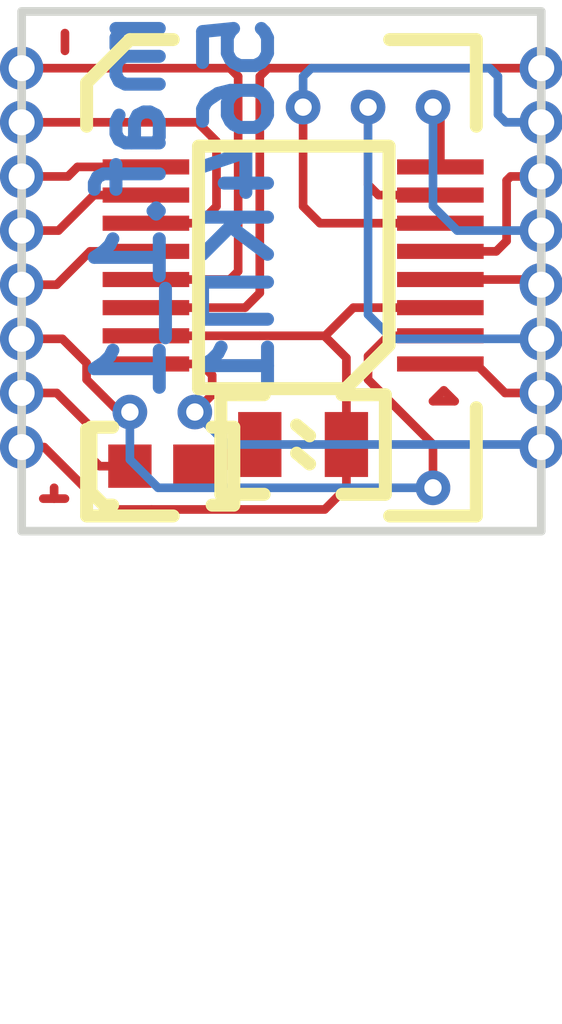
<source format=kicad_pcb>
(kicad_pcb (version 20171130) (host pcbnew "(5.0.0)")

  (general
    (thickness 1.6)
    (drawings 6)
    (tracks 113)
    (zones 0)
    (modules 4)
    (nets 18)
  )

  (page A4)
  (layers
    (0 F.Cu signal)
    (31 B.Cu signal)
    (32 B.Adhes user)
    (33 F.Adhes user)
    (34 B.Paste user)
    (35 F.Paste user)
    (36 B.SilkS user)
    (37 F.SilkS user)
    (38 B.Mask user)
    (39 F.Mask user)
    (40 Dwgs.User user)
    (41 Cmts.User user)
    (42 Eco1.User user)
    (43 Eco2.User user)
    (44 Edge.Cuts user)
    (45 Margin user)
    (46 B.CrtYd user)
    (47 F.CrtYd user)
    (48 B.Fab user)
    (49 F.Fab user)
  )

  (setup
    (last_trace_width 0.2)
    (trace_clearance 0.2)
    (zone_clearance 0.508)
    (zone_45_only no)
    (trace_min 0.2)
    (segment_width 0.2)
    (edge_width 0.15)
    (via_size 0.8)
    (via_drill 0.4)
    (via_min_size 0.4)
    (via_min_drill 0.3)
    (uvia_size 0.3)
    (uvia_drill 0.1)
    (uvias_allowed no)
    (uvia_min_size 0.2)
    (uvia_min_drill 0.1)
    (pcb_text_width 0.3)
    (pcb_text_size 1.5 1.5)
    (mod_edge_width 0.15)
    (mod_text_size 1 1)
    (mod_text_width 0.15)
    (pad_size 1 1)
    (pad_drill 0.6)
    (pad_to_mask_clearance 0.05)
    (solder_mask_min_width 0.2)
    (aux_axis_origin 0 0)
    (visible_elements 7FFFFFFF)
    (pcbplotparams
      (layerselection 0x010c0_ffffffff)
      (usegerberextensions false)
      (usegerberattributes false)
      (usegerberadvancedattributes false)
      (creategerberjobfile false)
      (excludeedgelayer true)
      (linewidth 0.100000)
      (plotframeref false)
      (viasonmask false)
      (mode 1)
      (useauxorigin false)
      (hpglpennumber 1)
      (hpglpenspeed 20)
      (hpglpendiameter 15.000000)
      (psnegative false)
      (psa4output false)
      (plotreference true)
      (plotvalue true)
      (plotinvisibletext false)
      (padsonsilk false)
      (subtractmaskfromsilk false)
      (outputformat 1)
      (mirror false)
      (drillshape 0)
      (scaleselection 1)
      (outputdirectory "maf1_1/"))
  )

  (net 0 "")
  (net 1 Y0)
  (net 2 Vcc)
  (net 3 Y2)
  (net 4 X2)
  (net 5 Y)
  (net 6 X1)
  (net 7 Y3)
  (net 8 X)
  (net 9 Y1)
  (net 10 X0)
  (net 11 C)
  (net 12 X3)
  (net 13 "Net-(DD1-Pad7)")
  (net 14 A)
  (net 15 GND)
  (net 16 B)
  (net 17 "Net-(HL1-Pad1)")

  (net_class Default "Это класс цепей по умолчанию."
    (clearance 0.2)
    (trace_width 0.2)
    (via_dia 0.8)
    (via_drill 0.4)
    (uvia_dia 0.3)
    (uvia_drill 0.1)
    (add_net A)
    (add_net B)
    (add_net C)
    (add_net GND)
    (add_net "Net-(DD1-Pad7)")
    (add_net "Net-(HL1-Pad1)")
    (add_net Vcc)
    (add_net X)
    (add_net X0)
    (add_net X1)
    (add_net X2)
    (add_net X3)
    (add_net Y)
    (add_net Y0)
    (add_net Y1)
    (add_net Y2)
    (add_net Y3)
  )

  (module MOTOR_IMPORT_OTK:Светодиод_SMD_0603 (layer F.Cu) (tedit 5C8A4528) (tstamp 5C90DB1D)
    (at 141 98.5 180)
    (path /5C8AE565)
    (fp_text reference HL1 (at 1.25 -1.75 180) (layer F.SilkS) hide
      (effects (font (size 1 1) (thickness 0.2)))
    )
    (fp_text value Светодиод (at 0.1524 2.5146 180) (layer F.Fab)
      (effects (font (size 1 1) (thickness 0.15)))
    )
    (fp_line (start 2.1 -0.9) (end 2.4 -0.6) (layer F.SilkS) (width 0.3))
    (fp_line (start 1.9 -0.9) (end 2.1 -0.9) (layer F.SilkS) (width 0.3))
    (fp_line (start 2.4 0.9) (end 2.4 -0.6) (layer F.SilkS) (width 0.3))
    (fp_line (start 2.4 0.9) (end 1.9 0.9) (layer F.SilkS) (width 0.3))
    (fp_line (start -0.9 0.9) (end -0.4 0.9) (layer F.SilkS) (width 0.3))
    (fp_line (start -0.9 -0.9) (end -0.4 -0.9) (layer F.SilkS) (width 0.3))
    (fp_line (start -0.9 -0.9) (end -0.9 0.9) (layer F.SilkS) (width 0.3))
    (pad 2 smd rect (at 1.5 0 180) (size 1 1) (layers F.Cu F.Paste F.Mask)
      (net 13 "Net-(DD1-Pad7)") (clearance 0.2))
    (pad 1 smd rect (at 0 0 180) (size 1 1) (layers F.Cu F.Paste F.Mask)
      (net 17 "Net-(HL1-Pad1)") (clearance 0.2))
    (model ${MOTOR_3D}/LED_0603.step
      (offset (xyz 0.75 0 0))
      (scale (xyz 1 1 1))
      (rotate (xyz 0 0 0))
    )
  )

  (module Motor_IMPORT_OTK:DG409LEDQ (layer F.Cu) (tedit 5C8A3D7B) (tstamp 5C8A9539)
    (at 145.5 89.5 180)
    (path /5C8A9BDB)
    (fp_text reference DD2 (at 3.04 -8.55 180) (layer F.SilkS) hide
      (effects (font (size 1 1) (thickness 0.15)))
    )
    (fp_text value DG409LEDQ (at 2.47 -0.01 180) (layer F.Fab)
      (effects (font (size 1 1) (thickness 0.15)))
    )
    (fp_line (start 0.015 -6.21) (end 0.015 -1.61) (layer F.SilkS) (width 0.3))
    (fp_line (start 1.015 -7.21) (end 0.015 -6.21) (layer F.SilkS) (width 0.3))
    (fp_line (start 4.415 -7.21) (end 1.015 -7.21) (layer F.SilkS) (width 0.3))
    (fp_line (start 4.415 -1.61) (end 4.415 -7.21) (layer F.SilkS) (width 0.3))
    (fp_line (start 0.015 -1.61) (end 4.415 -1.61) (layer F.SilkS) (width 0.3))
    (pad 9 smd rect (at 5.63 -2.09 180) (size 2 0.35) (layers F.Cu F.Paste F.Mask)
      (net 5 Y))
    (pad 8 smd rect (at -1.17 -2.09 180) (size 2 0.35) (layers F.Cu F.Paste F.Mask)
      (net 8 X))
    (pad 10 smd rect (at 5.63 -2.74 180) (size 2 0.35) (layers F.Cu F.Paste F.Mask)
      (net 7 Y3))
    (pad 7 smd rect (at -1.17 -2.74 180) (size 2 0.35) (layers F.Cu F.Paste F.Mask)
      (net 12 X3))
    (pad 11 smd rect (at 5.63 -3.39 180) (size 2 0.35) (layers F.Cu F.Paste F.Mask)
      (net 3 Y2))
    (pad 6 smd rect (at -1.17 -3.39 180) (size 2 0.35) (layers F.Cu F.Paste F.Mask)
      (net 4 X2))
    (pad 12 smd rect (at 5.63 -4.04 180) (size 2 0.35) (layers F.Cu F.Paste F.Mask)
      (net 9 Y1))
    (pad 5 smd rect (at -1.17 -4.04 180) (size 2 0.35) (layers F.Cu F.Paste F.Mask)
      (net 6 X1))
    (pad 13 smd rect (at 5.63 -4.69 180) (size 2 0.35) (layers F.Cu F.Paste F.Mask)
      (net 1 Y0))
    (pad 4 smd rect (at -1.17 -4.69 180) (size 2 0.35) (layers F.Cu F.Paste F.Mask)
      (net 10 X0))
    (pad 14 smd rect (at 5.63 -5.34 180) (size 2 0.35) (layers F.Cu F.Paste F.Mask)
      (net 2 Vcc))
    (pad 3 smd rect (at -1.17 -5.34 180) (size 2 0.35) (layers F.Cu F.Paste F.Mask)
      (net 15 GND))
    (pad 15 smd rect (at 5.63 -5.99 180) (size 2 0.35) (layers F.Cu F.Paste F.Mask)
      (net 15 GND))
    (pad 2 smd rect (at -1.17 -5.99 180) (size 2 0.35) (layers F.Cu F.Paste F.Mask)
      (net 11 C))
    (pad 16 smd rect (at 5.63 -6.64 180) (size 2 0.35) (layers F.Cu F.Paste F.Mask)
      (net 16 B))
    (pad 1 smd rect (at -1.17 -6.64 180) (size 2 0.35) (layers F.Cu F.Paste F.Mask)
      (net 14 A))
    (model "${MOTOR_PCB}/3D/User Library-TSSOP-16-2.STEP"
      (offset (xyz 2.2 4.36 0))
      (scale (xyz 1 1 1))
      (rotate (xyz -90 0 90))
    )
  )

  (module Motor_IMPORT_OTK:564КП1В (layer F.Cu) (tedit 5CB9796B) (tstamp 5C8A8DA0)
    (at 137 106.650001)
    (path /5C8AE357)
    (fp_text reference DD1 (at 6.5 -19.5) (layer F.SilkS) hide
      (effects (font (size 1 1) (thickness 0.2)))
    )
    (fp_text value 564П1В (at 3.3 3.9) (layer F.Fab)
      (effects (font (size 1 1) (thickness 0.15)))
    )
    (fp_line (start 1.5 -9) (end 1.5 -7) (layer F.SilkS) (width 0.3))
    (fp_line (start 1.5 -7) (end 3.5 -7) (layer F.SilkS) (width 0.3))
    (fp_line (start 10.5 -9.5) (end 10.5 -7) (layer F.SilkS) (width 0.3))
    (fp_line (start 10.5 -7) (end 8.5 -7) (layer F.SilkS) (width 0.3))
    (fp_line (start 10.5 -16) (end 10.5 -18) (layer F.SilkS) (width 0.3))
    (fp_line (start 10.5 -18) (end 8.5 -18) (layer F.SilkS) (width 0.3))
    (fp_line (start 2.5 -18) (end 3.5 -18) (layer F.SilkS) (width 0.3))
    (fp_line (start 2.5 -18) (end 1.5 -17) (layer F.SilkS) (width 0.3))
    (fp_line (start 1.5 -17) (end 1.5 -16) (layer F.SilkS) (width 0.3))
    (pad 1 thru_hole circle (at 0 -17.34) (size 1 1) (drill 0.6) (layers *.Cu *.Mask)
      (net 1 Y0))
    (pad 16 thru_hole circle (at 12 -17.34) (size 1 1) (drill 0.6) (layers *.Cu *.Mask)
      (net 2 Vcc))
    (pad 2 thru_hole circle (at 0 -16.09) (size 1 1) (drill 0.6) (layers *.Cu *.Mask)
      (net 3 Y2))
    (pad 15 thru_hole circle (at 12 -16.09) (size 1 1) (drill 0.6) (layers *.Cu *.Mask)
      (net 4 X2))
    (pad 3 thru_hole circle (at 0 -14.84) (size 1 1) (drill 0.6) (layers *.Cu *.Mask)
      (net 5 Y))
    (pad 14 thru_hole circle (at 12 -14.84) (size 1 1) (drill 0.6) (layers *.Cu *.Mask)
      (net 6 X1))
    (pad 4 thru_hole circle (at 0 -13.59) (size 1 1) (drill 0.6) (layers *.Cu *.Mask)
      (net 7 Y3))
    (pad 13 thru_hole circle (at 12 -13.59) (size 1 1) (drill 0.6) (layers *.Cu *.Mask)
      (net 8 X))
    (pad 5 thru_hole circle (at 0 -12.34) (size 1 1) (drill 0.6) (layers *.Cu *.Mask)
      (net 9 Y1))
    (pad 12 thru_hole circle (at 12 -12.34) (size 1 1) (drill 0.6) (layers *.Cu *.Mask)
      (net 10 X0))
    (pad 6 thru_hole circle (at 0 -11.09) (size 1 1) (drill 0.6) (layers *.Cu *.Mask)
      (net 11 C))
    (pad 11 thru_hole circle (at 12 -11.09) (size 1 1) (drill 0.6) (layers *.Cu *.Mask)
      (net 12 X3))
    (pad 7 thru_hole circle (at 0 -9.84) (size 1 1) (drill 0.6) (layers *.Cu *.Mask)
      (net 13 "Net-(DD1-Pad7)"))
    (pad 10 thru_hole circle (at 12 -9.84) (size 1 1) (drill 0.6) (layers *.Cu *.Mask)
      (net 14 A))
    (pad 8 thru_hole circle (at 0 -8.59) (size 1 1) (drill 0.6) (layers *.Cu *.Mask)
      (net 15 GND))
    (pad 9 thru_hole circle (at 12 -8.59) (size 1 1) (drill 0.6) (layers *.Cu *.Mask)
      (net 16 B))
  )

  (module Motor_RLC:Резистор_SMD_0805_0,125Вт (layer F.Cu) (tedit 5C8A3670) (tstamp 5C8A8DD5)
    (at 144.5 98 180)
    (path /5C8AE4F6)
    (fp_text reference R1 (at -3 0 180) (layer F.SilkS) hide
      (effects (font (size 2 1.6) (thickness 0.3)))
    )
    (fp_text value Резистор_0,125Вт (at 1.29 2.09 180) (layer F.Fab) hide
      (effects (font (size 2 1.6) (thickness 0.3)))
    )
    (fp_line (start -0.6 1.15) (end -0.1 1.15) (layer F.SilkS) (width 0.3))
    (fp_line (start 2.5 1.15) (end 2 1.15) (layer F.SilkS) (width 0.3))
    (fp_line (start -0.9 -1.15) (end 0.1 -1.15) (layer F.SilkS) (width 0.3))
    (fp_line (start 2.9 -1.15) (end 1.9 -1.15) (layer F.SilkS) (width 0.3))
    (fp_line (start 2.9 1.15) (end 1.9 1.15) (layer F.SilkS) (width 0.3))
    (fp_line (start -0.9 1.15) (end 0.1 1.15) (layer F.SilkS) (width 0.3))
    (fp_line (start 2.9 -1.15) (end 2.9 1.15) (layer F.SilkS) (width 0.3))
    (fp_line (start -0.9 1.15) (end -0.9 -1.15) (layer F.SilkS) (width 0.3))
    (fp_line (start 0.85 -0.45) (end 1.15 -0.2) (layer F.SilkS) (width 0.3))
    (fp_line (start 0.85 0.2) (end 1.15 0.45) (layer F.SilkS) (width 0.3))
    (pad 2 smd rect (at 2 0 180) (size 1 1.5) (layers F.Cu F.Paste F.Mask)
      (net 17 "Net-(HL1-Pad1)") (clearance 0.2))
    (pad 1 smd rect (at 0 0 180) (size 1 1.5) (layers F.Cu F.Paste F.Mask)
      (net 15 GND) (clearance 0.2))
    (model ${MOTOR_3D}/Res_0805.stp
      (offset (xyz 0.05 0.61 0))
      (scale (xyz 1 1 1))
      (rotate (xyz 0 0 90))
    )
  )

  (gr_line (start 149 88) (end 137 88) (layer Edge.Cuts) (width 0.2))
  (gr_line (start 149 100) (end 149 88) (layer Edge.Cuts) (width 0.2))
  (gr_line (start 137 100) (end 149 100) (layer Edge.Cuts) (width 0.2))
  (gr_line (start 137 88) (end 137 100) (layer Edge.Cuts) (width 0.2))
  (gr_text maf.1_1 (at 139.5 92.5 90) (layer B.Cu)
    (effects (font (size 1.5 1.5) (thickness 0.3)) (justify mirror))
  )
  (gr_text 564КП1 (at 142 92.5 90) (layer B.Cu)
    (effects (font (size 1.5 1.5) (thickness 0.3)) (justify mirror))
  )

  (segment (start 146.75 96.75) (end 147 97) (width 0.2) (layer F.Cu) (net 0))
  (segment (start 147 97) (end 146.5 97) (width 0.2) (layer F.Cu) (net 0))
  (segment (start 146.5 97) (end 146.75 96.75) (width 0.2) (layer F.Cu) (net 0))
  (segment (start 137.75 99) (end 137.75 99.25) (width 0.2) (layer F.Cu) (net 0))
  (segment (start 137.5 99.25) (end 137.75 99.25) (width 0.2) (layer F.Cu) (net 0))
  (segment (start 138 99.25) (end 137.75 99.25) (width 0.2) (layer F.Cu) (net 0))
  (segment (start 138 88.5) (end 138 88.909991) (width 0.2) (layer F.Cu) (net 0))
  (segment (start 139.87 94.19) (end 141.81 94.19) (width 0.2) (layer F.Cu) (net 1))
  (segment (start 141.81 94.19) (end 142 94) (width 0.2) (layer F.Cu) (net 1))
  (segment (start 142 94) (end 142 89.5) (width 0.2) (layer F.Cu) (net 1))
  (segment (start 141.810001 89.310001) (end 137 89.310001) (width 0.2) (layer F.Cu) (net 1))
  (segment (start 142 89.5) (end 141.810001 89.310001) (width 0.2) (layer F.Cu) (net 1))
  (segment (start 142.689999 89.310001) (end 149 89.310001) (width 0.2) (layer F.Cu) (net 2))
  (segment (start 142.5 89.5) (end 142.689999 89.310001) (width 0.2) (layer F.Cu) (net 2))
  (segment (start 142.5 94.5) (end 142.5 89.5) (width 0.2) (layer F.Cu) (net 2))
  (segment (start 139.87 94.84) (end 142.16 94.84) (width 0.2) (layer F.Cu) (net 2))
  (segment (start 142.16 94.84) (end 142.5 94.5) (width 0.2) (layer F.Cu) (net 2))
  (segment (start 139.87 92.89) (end 141.11 92.89) (width 0.2) (layer F.Cu) (net 3))
  (segment (start 141.11 92.89) (end 141.5 92.5) (width 0.2) (layer F.Cu) (net 3))
  (segment (start 141.5 92.5) (end 141.5 91) (width 0.2) (layer F.Cu) (net 3))
  (segment (start 141.060001 90.560001) (end 137 90.560001) (width 0.2) (layer F.Cu) (net 3))
  (segment (start 141.5 91) (end 141.060001 90.560001) (width 0.2) (layer F.Cu) (net 3))
  (segment (start 146.67 92.89) (end 143.89 92.89) (width 0.2) (layer F.Cu) (net 4))
  (via (at 143.5 90.210001) (size 0.8) (drill 0.4) (layers F.Cu B.Cu) (net 4))
  (segment (start 143.89 92.89) (end 143.5 92.5) (width 0.2) (layer F.Cu) (net 4))
  (segment (start 143.5 92.5) (end 143.5 90.210001) (width 0.2) (layer F.Cu) (net 4))
  (segment (start 143.5 89.5) (end 143.5 90.210001) (width 0.2) (layer B.Cu) (net 4))
  (segment (start 148.182002 90.560001) (end 148 90.377999) (width 0.2) (layer B.Cu) (net 4))
  (segment (start 148 90.377999) (end 148 89.5) (width 0.2) (layer B.Cu) (net 4))
  (segment (start 148 89.5) (end 147.81 89.31) (width 0.2) (layer B.Cu) (net 4))
  (segment (start 149 90.560001) (end 148.182002 90.560001) (width 0.2) (layer B.Cu) (net 4))
  (segment (start 147.81 89.31) (end 143.69 89.31) (width 0.2) (layer B.Cu) (net 4))
  (segment (start 143.69 89.31) (end 143.5 89.5) (width 0.2) (layer B.Cu) (net 4))
  (segment (start 138.070001 91.810001) (end 137 91.810001) (width 0.2) (layer F.Cu) (net 5))
  (segment (start 138.290002 91.59) (end 139 91.59) (width 0.2) (layer F.Cu) (net 5))
  (segment (start 138.070001 91.810001) (end 138.290002 91.59) (width 0.2) (layer F.Cu) (net 5))
  (segment (start 139.87 91.59) (end 139 91.59) (width 0.2) (layer F.Cu) (net 5))
  (segment (start 146.67 93.54) (end 147.96 93.54) (width 0.2) (layer F.Cu) (net 6))
  (segment (start 148.199999 91.902896) (end 148.292894 91.810001) (width 0.2) (layer F.Cu) (net 6))
  (segment (start 148.292894 91.810001) (end 149 91.810001) (width 0.2) (layer F.Cu) (net 6))
  (segment (start 147.96 93.54) (end 148.199999 93.300001) (width 0.2) (layer F.Cu) (net 6))
  (segment (start 148.199999 93.300001) (end 148.199999 91.902896) (width 0.2) (layer F.Cu) (net 6))
  (segment (start 137.849999 93.060001) (end 137 93.060001) (width 0.2) (layer F.Cu) (net 7))
  (segment (start 139.87 92.24) (end 138.67 92.24) (width 0.2) (layer F.Cu) (net 7))
  (segment (start 138.67 92.24) (end 137.849999 93.060001) (width 0.2) (layer F.Cu) (net 7))
  (via (at 146.5 90.210001) (size 0.8) (drill 0.4) (layers F.Cu B.Cu) (net 8))
  (segment (start 146.67 91.59) (end 146.67 90.380001) (width 0.2) (layer F.Cu) (net 8))
  (segment (start 146.67 90.380001) (end 146.5 90.210001) (width 0.2) (layer F.Cu) (net 8))
  (segment (start 147.060001 93.060001) (end 149 93.060001) (width 0.2) (layer B.Cu) (net 8))
  (segment (start 146.5 90.210001) (end 146.5 92.5) (width 0.2) (layer B.Cu) (net 8))
  (segment (start 146.5 92.5) (end 147.060001 93.060001) (width 0.2) (layer B.Cu) (net 8))
  (segment (start 137 94.310001) (end 137.810001 94.310001) (width 0.2) (layer F.Cu) (net 9))
  (segment (start 138.580002 93.54) (end 139.87 93.54) (width 0.2) (layer F.Cu) (net 9))
  (segment (start 137.810001 94.310001) (end 138.580002 93.54) (width 0.2) (layer F.Cu) (net 9))
  (segment (start 148.879999 94.19) (end 149 94.310001) (width 0.2) (layer F.Cu) (net 10))
  (segment (start 146.67 94.19) (end 148.879999 94.19) (width 0.2) (layer F.Cu) (net 10))
  (segment (start 137 95.560001) (end 137.939999 95.560001) (width 0.2) (layer F.Cu) (net 11))
  (via (at 139.5 97.25) (size 0.8) (drill 0.4) (layers F.Cu B.Cu) (net 11))
  (segment (start 137.939999 95.560001) (end 138.5 96.120002) (width 0.2) (layer F.Cu) (net 11))
  (via (at 146.5 99) (size 0.8) (drill 0.4) (layers F.Cu B.Cu) (net 11))
  (segment (start 145.47 95.49) (end 146.67 95.49) (width 0.2) (layer F.Cu) (net 11))
  (segment (start 145 95.96) (end 145.47 95.49) (width 0.2) (layer F.Cu) (net 11))
  (segment (start 145 96.5) (end 145 95.96) (width 0.2) (layer F.Cu) (net 11))
  (segment (start 146.5 98) (end 145 96.5) (width 0.2) (layer F.Cu) (net 11))
  (segment (start 146.5 99) (end 146.5 98) (width 0.2) (layer F.Cu) (net 11))
  (segment (start 138.900001 96.900001) (end 138.5 96.5) (width 0.2) (layer F.Cu) (net 11))
  (segment (start 139.5 97.5) (end 138.900001 96.900001) (width 0.2) (layer F.Cu) (net 11))
  (segment (start 138.5 96.120002) (end 138.5 96.5) (width 0.2) (layer F.Cu) (net 11))
  (segment (start 140.151472 99) (end 141 99) (width 0.2) (layer B.Cu) (net 11))
  (segment (start 139.5 98.348528) (end 140.151472 99) (width 0.2) (layer B.Cu) (net 11))
  (segment (start 139.5 97.5) (end 139.5 98.348528) (width 0.2) (layer B.Cu) (net 11))
  (segment (start 141 99) (end 146.5 99) (width 0.2) (layer B.Cu) (net 11))
  (segment (start 146.67 92.24) (end 145.24 92.24) (width 0.2) (layer F.Cu) (net 12))
  (via (at 145 90.210001) (size 0.8) (drill 0.4) (layers F.Cu B.Cu) (net 12))
  (segment (start 145.24 92.24) (end 145 92) (width 0.2) (layer F.Cu) (net 12))
  (segment (start 145 92) (end 145 90.210001) (width 0.2) (layer F.Cu) (net 12))
  (segment (start 145.560001 95.560001) (end 149 95.560001) (width 0.2) (layer B.Cu) (net 12))
  (segment (start 145 90.210001) (end 145 95) (width 0.2) (layer B.Cu) (net 12))
  (segment (start 145 95) (end 145.560001 95.560001) (width 0.2) (layer B.Cu) (net 12))
  (segment (start 137.810001 96.810001) (end 137.40001 96.810001) (width 0.2) (layer F.Cu) (net 13))
  (segment (start 139.55 98.5) (end 139.5 98.5) (width 0.2) (layer F.Cu) (net 13))
  (segment (start 138.8 98.5) (end 138.5 98.2) (width 0.2) (layer F.Cu) (net 13))
  (segment (start 139.5 98.5) (end 138.8 98.5) (width 0.2) (layer F.Cu) (net 13))
  (segment (start 138.5 98.2) (end 138.5 97.5) (width 0.2) (layer F.Cu) (net 13))
  (segment (start 138.5 97.5) (end 137.810001 96.810001) (width 0.2) (layer F.Cu) (net 13))
  (segment (start 148.165001 96.810001) (end 148.59999 96.810001) (width 0.2) (layer F.Cu) (net 14))
  (segment (start 147.495 96.14) (end 148.165001 96.810001) (width 0.2) (layer F.Cu) (net 14))
  (segment (start 146.67 96.14) (end 147.495 96.14) (width 0.2) (layer F.Cu) (net 14))
  (segment (start 144.5 98) (end 144.5 96) (width 0.2) (layer F.Cu) (net 15))
  (segment (start 143.99 95.49) (end 142.5 95.49) (width 0.2) (layer F.Cu) (net 15))
  (segment (start 144.5 96) (end 143.99 95.49) (width 0.2) (layer F.Cu) (net 15))
  (segment (start 142.5 95.49) (end 139.87 95.49) (width 0.2) (layer F.Cu) (net 15))
  (segment (start 143.99 95.49) (end 144.01 95.49) (width 0.2) (layer F.Cu) (net 15))
  (segment (start 144.66 94.84) (end 146.67 94.84) (width 0.2) (layer F.Cu) (net 15))
  (segment (start 144.01 95.49) (end 144.66 94.84) (width 0.2) (layer F.Cu) (net 15))
  (segment (start 144.5 99) (end 144.5 98) (width 0.2) (layer F.Cu) (net 15))
  (segment (start 144 99.5) (end 144.5 99) (width 0.2) (layer F.Cu) (net 15))
  (segment (start 137.519999 98.060001) (end 137.40001 98.060001) (width 0.2) (layer F.Cu) (net 15))
  (segment (start 138.959998 99.5) (end 137.519999 98.060001) (width 0.2) (layer F.Cu) (net 15))
  (segment (start 140 99.5) (end 138.959998 99.5) (width 0.2) (layer F.Cu) (net 15))
  (segment (start 140 99.5) (end 144 99.5) (width 0.2) (layer F.Cu) (net 15))
  (segment (start 139.87 96.14) (end 141.14 96.14) (width 0.2) (layer F.Cu) (net 16))
  (segment (start 141.399999 96.399999) (end 141.25 96.25) (width 0.2) (layer F.Cu) (net 16))
  (segment (start 141.399999 96.850001) (end 141.399999 96.399999) (width 0.2) (layer F.Cu) (net 16))
  (segment (start 141 97.25) (end 141.399999 96.850001) (width 0.2) (layer F.Cu) (net 16))
  (segment (start 141.14 96.14) (end 141.25 96.25) (width 0.2) (layer F.Cu) (net 16))
  (via (at 141 97.25) (size 0.8) (drill 0.4) (layers F.Cu B.Cu) (net 16))
  (segment (start 141.75 98) (end 148.59999 98) (width 0.2) (layer B.Cu) (net 16))
  (segment (start 141 97.25) (end 141.75 98) (width 0.2) (layer B.Cu) (net 16))
  (segment (start 141.8 98) (end 142.5 98) (width 0.2) (layer F.Cu) (net 17))
  (segment (start 141.8 98.4) (end 141.8 98) (width 0.2) (layer F.Cu) (net 17))
  (segment (start 141.7 98.5) (end 141.8 98.4) (width 0.2) (layer F.Cu) (net 17))
  (segment (start 141 98.5) (end 141.7 98.5) (width 0.2) (layer F.Cu) (net 17))

)

</source>
